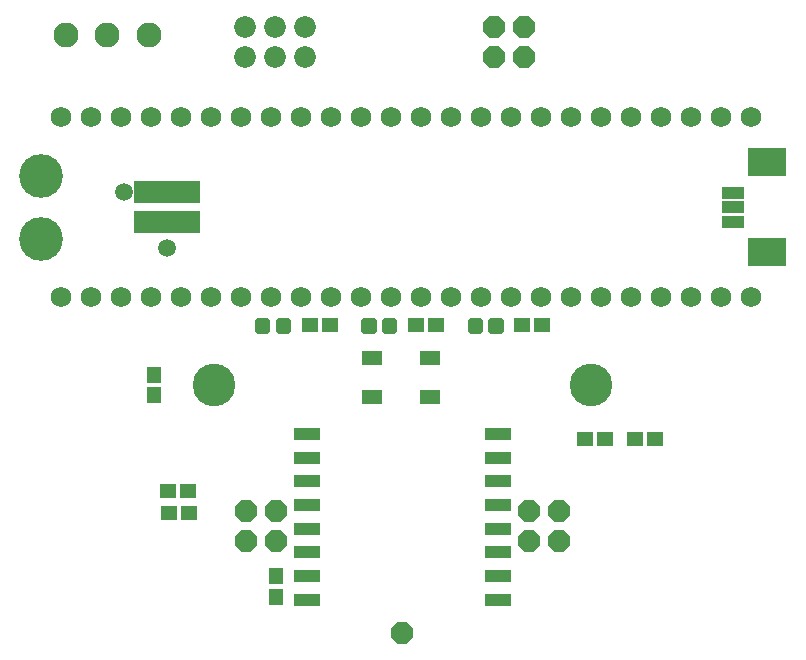
<source format=gbr>
G04 EAGLE Gerber RS-274X export*
G75*
%MOMM*%
%FSLAX34Y34*%
%LPD*%
%INSoldermask Bottom*%
%IPPOS*%
%AMOC8*
5,1,8,0,0,1.08239X$1,22.5*%
G01*
%ADD10C,3.604800*%
%ADD11C,1.752600*%
%ADD12R,1.404800X1.304800*%
%ADD13C,0.600206*%
%ADD14P,1.985969X8X202.500000*%
%ADD15P,1.985969X8X22.500000*%
%ADD16R,1.804800X1.204800*%
%ADD17R,2.304800X1.104800*%
%ADD18R,1.304800X1.404800*%
%ADD19P,1.979475X8X22.500000*%
%ADD20R,5.634800X1.954800*%
%ADD21C,3.704800*%
%ADD22R,3.304800X2.404800*%
%ADD23R,1.904800X1.104800*%
%ADD24C,2.104800*%
%ADD25C,1.834800*%
%ADD26C,1.504800*%


D10*
X350000Y230000D03*
X30000Y230000D03*
D11*
X-99400Y303800D03*
X-74000Y303800D03*
X-48600Y303800D03*
X-23200Y303800D03*
X2200Y303800D03*
X27600Y303800D03*
X53000Y303800D03*
X78400Y303800D03*
X103800Y303800D03*
X129200Y303800D03*
X154600Y303800D03*
X180000Y303800D03*
X205400Y303800D03*
X230800Y303800D03*
X281600Y303800D03*
X307000Y303800D03*
X332400Y303800D03*
X357800Y303800D03*
X230800Y456200D03*
X205400Y456200D03*
X180000Y456200D03*
X154600Y456200D03*
X129200Y456200D03*
X103800Y456200D03*
X78400Y456200D03*
X53000Y456200D03*
X27600Y456200D03*
X2200Y456200D03*
X-23200Y456200D03*
X-48600Y456200D03*
X-74000Y456200D03*
X-99400Y456200D03*
X256200Y303800D03*
X357800Y456200D03*
X332400Y456200D03*
X307000Y456200D03*
X281600Y456200D03*
X256200Y456200D03*
X383200Y303800D03*
X408600Y303800D03*
X434000Y303800D03*
X459400Y303800D03*
X484800Y303800D03*
X484800Y456200D03*
X383200Y456200D03*
X408600Y456200D03*
X434000Y456200D03*
X459400Y456200D03*
D12*
X111500Y280000D03*
X128500Y280000D03*
X201500Y280000D03*
X218500Y280000D03*
D13*
X92293Y283523D02*
X92293Y276477D01*
X85247Y276477D01*
X85247Y283523D01*
X92293Y283523D01*
X92293Y282179D02*
X85247Y282179D01*
X74753Y283523D02*
X74753Y276477D01*
X67707Y276477D01*
X67707Y283523D01*
X74753Y283523D01*
X74753Y282179D02*
X67707Y282179D01*
X182293Y283523D02*
X182293Y276477D01*
X175247Y276477D01*
X175247Y283523D01*
X182293Y283523D01*
X182293Y282179D02*
X175247Y282179D01*
X164753Y283523D02*
X164753Y276477D01*
X157707Y276477D01*
X157707Y283523D01*
X164753Y283523D01*
X164753Y282179D02*
X157707Y282179D01*
D14*
X322700Y122700D03*
X322700Y97300D03*
X297300Y122700D03*
X297300Y97300D03*
X82700Y122700D03*
X82700Y97300D03*
X57300Y122700D03*
X57300Y97300D03*
D15*
X267300Y507300D03*
X267300Y532700D03*
X292700Y507300D03*
X292700Y532700D03*
D13*
X272293Y283523D02*
X272293Y276477D01*
X265247Y276477D01*
X265247Y283523D01*
X272293Y283523D01*
X272293Y282179D02*
X265247Y282179D01*
X254753Y283523D02*
X254753Y276477D01*
X247707Y276477D01*
X247707Y283523D01*
X254753Y283523D01*
X254753Y282179D02*
X247707Y282179D01*
D16*
X213500Y252500D03*
X213500Y219500D03*
X164500Y252500D03*
X164500Y219500D03*
D17*
X109000Y48000D03*
X109000Y68000D03*
X109000Y88000D03*
X109000Y108000D03*
X109000Y128000D03*
X109000Y148000D03*
X109000Y168000D03*
X109000Y188000D03*
X271000Y188000D03*
X271000Y168000D03*
X271000Y148000D03*
X271000Y128000D03*
X271000Y108000D03*
X271000Y88000D03*
X271000Y68000D03*
X271000Y48000D03*
D18*
X83000Y67500D03*
X83000Y50500D03*
D19*
X190000Y20000D03*
D20*
X-9100Y392700D03*
X-9100Y367300D03*
D21*
X-116000Y353300D03*
X-116000Y406700D03*
D22*
X499000Y418000D03*
D23*
X470000Y380000D03*
D22*
X499000Y342000D03*
D23*
X470000Y392500D03*
X470000Y367500D03*
D12*
X291500Y280000D03*
X308500Y280000D03*
X-8500Y140000D03*
X8500Y140000D03*
X-7500Y121000D03*
X9500Y121000D03*
X403500Y184000D03*
X386500Y184000D03*
X361500Y184000D03*
X344500Y184000D03*
D18*
X-20000Y221500D03*
X-20000Y238500D03*
D24*
X-60000Y526000D03*
X-25000Y526000D03*
X-95000Y526000D03*
D25*
X56600Y532700D03*
X82000Y532700D03*
X107400Y532700D03*
X56600Y507300D03*
X82000Y507300D03*
X107400Y507300D03*
D26*
X-9000Y346000D03*
X-46000Y392968D03*
M02*

</source>
